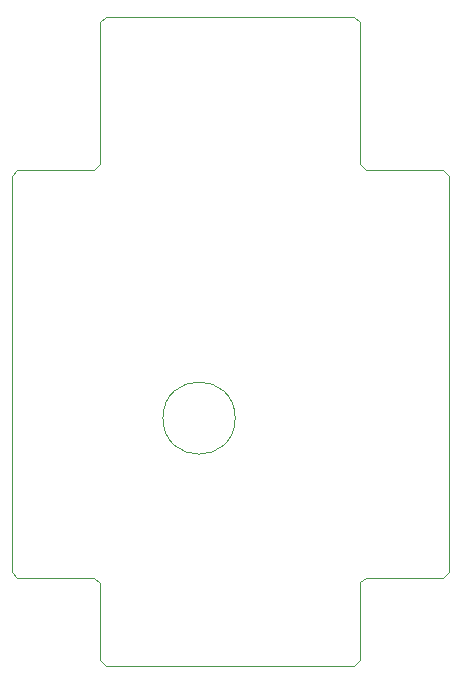
<source format=gm1>
G04 #@! TF.GenerationSoftware,KiCad,Pcbnew,(6.0.10-0)*
G04 #@! TF.CreationDate,2022-12-24T01:35:34+09:00*
G04 #@! TF.ProjectId,MEZZ180,4d455a5a-3138-4302-9e6b-696361645f70,A*
G04 #@! TF.SameCoordinates,PX5f5e100PY8f0d180*
G04 #@! TF.FileFunction,Profile,NP*
%FSLAX46Y46*%
G04 Gerber Fmt 4.6, Leading zero omitted, Abs format (unit mm)*
G04 Created by KiCad (PCBNEW (6.0.10-0)) date 2022-12-24 01:35:34*
%MOMM*%
%LPD*%
G01*
G04 APERTURE LIST*
G04 #@! TA.AperFunction,Profile*
%ADD10C,0.100000*%
G04 #@! TD*
G04 APERTURE END LIST*
D10*
X18933565Y21500000D02*
G75*
G03*
X18933565Y21500000I-3058565J0D01*
G01*
X29500000Y55000000D02*
X29500000Y43000000D01*
X30000000Y42500000D01*
X36500000Y42500000D01*
X37000000Y42000000D01*
X37000000Y8500000D01*
X36500000Y8000000D01*
X30000000Y8000000D01*
X29500000Y7589416D01*
X29500000Y1000000D01*
X29000000Y500000D01*
X8000000Y500000D01*
X7500000Y1000000D01*
X7500000Y7500000D01*
X7000000Y8000000D01*
X500000Y8000000D01*
X0Y8500000D01*
X0Y42000000D01*
X500000Y42500000D01*
X7000000Y42500000D01*
X7500000Y43000000D01*
X7500000Y55000000D01*
X8000000Y55500000D01*
X29000000Y55500000D01*
X29500000Y55000000D01*
M02*

</source>
